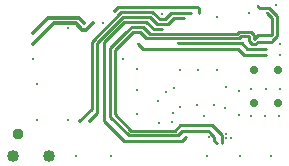
<source format=gbr>
G04 EAGLE Gerber RS-274X export*
G75*
%MOMM*%
%FSLAX34Y34*%
%LPD*%
%INCopper Layer 2*%
%IPPOS*%
%AMOC8*
5,1,8,0,0,1.08239X$1,22.5*%
G01*
G04 Define Apertures*
%ADD10C,0.708000*%
%ADD11C,0.958000*%
%ADD12C,1.016000*%
%ADD13C,0.302400*%
%ADD14C,0.254000*%
%ADD15C,0.304800*%
D10*
X214500Y52100D03*
X234500Y52100D03*
D11*
X14700Y25800D03*
D10*
X234500Y79600D03*
X214500Y79600D03*
D12*
X10000Y7000D03*
X40500Y7000D03*
D13*
X217200Y133650D03*
X186700Y18000D03*
X175650Y32900D03*
D14*
X186700Y24900D02*
X186700Y18000D01*
X186700Y24900D02*
X178700Y32900D01*
D13*
X209650Y108500D03*
D14*
X110088Y28400D02*
X96310Y42178D01*
X96310Y96410D01*
X112087Y112187D01*
X210090Y104422D02*
X212322Y102190D01*
X215478Y102190D01*
X216688Y103400D01*
X229288Y103400D01*
X210090Y108060D02*
X209650Y108500D01*
X210090Y108060D02*
X210090Y104422D01*
X229288Y103400D02*
X229350Y103462D01*
D13*
X229350Y103462D03*
D14*
X233360Y108222D02*
X233360Y125378D01*
X226428Y132310D01*
X218540Y132310D01*
X217200Y133650D01*
X229350Y104212D02*
X229350Y103462D01*
X229350Y104212D02*
X233360Y108222D01*
X209650Y108500D02*
X203188Y108500D01*
X201378Y106690D02*
X122822Y106690D01*
X117325Y112187D01*
X201378Y106690D02*
X203188Y108500D01*
X117325Y112187D02*
X112087Y112187D01*
X151900Y32900D02*
X175650Y32900D01*
X151900Y32900D02*
X147400Y28400D01*
X110088Y28400D01*
D13*
X112087Y112187D03*
D14*
X175650Y32900D02*
X178700Y32900D01*
D13*
X224850Y128500D03*
X182700Y18000D03*
X175650Y27900D03*
D14*
X180694Y20006D02*
X182700Y18000D01*
X180694Y20006D02*
X180694Y22868D01*
X177118Y26444D01*
X177106Y26444D01*
X175650Y27900D01*
D13*
X213900Y106000D03*
D14*
X104765Y111035D02*
X92500Y98770D01*
X104765Y111035D02*
X105665Y111935D01*
X92500Y98770D02*
X92500Y40000D01*
X213900Y106000D02*
X217700Y109800D01*
X229550Y109800D01*
D13*
X229550Y109800D03*
D14*
X229550Y123800D01*
X224850Y128500D01*
X110500Y116580D02*
X105855Y111935D01*
X105665Y111935D01*
X92500Y40000D02*
X108000Y24500D01*
X153300Y27900D02*
X175650Y27900D01*
X153300Y27900D02*
X149900Y24500D01*
X108000Y24500D01*
X201610Y112310D02*
X211228Y112310D01*
X213900Y109638D01*
X213900Y106000D01*
X119920Y116580D02*
X110500Y116580D01*
X119920Y116580D02*
X125910Y110590D01*
X199890Y110590D01*
X201610Y112310D01*
D13*
X104765Y111035D03*
X161200Y127794D03*
D14*
X143594Y127794D01*
X76600Y103500D02*
X76600Y47200D01*
X138507Y122707D02*
X143594Y127794D01*
X138507Y122707D02*
X134193Y122707D01*
X128100Y128800D01*
X101900Y128800D01*
X76600Y103500D01*
D13*
X66100Y36700D03*
D14*
X76600Y47200D01*
D13*
X154735Y123535D03*
D14*
X146335Y123535D01*
X81100Y102612D02*
X81100Y43700D01*
X141697Y118897D02*
X146335Y123535D01*
X141697Y118897D02*
X132103Y118897D01*
X126110Y124890D01*
X103378Y124890D01*
X81100Y102612D01*
D13*
X74100Y36700D03*
D14*
X81100Y43700D01*
D13*
X78000Y120000D03*
X27000Y101548D03*
D15*
X72100Y114100D02*
X78000Y120000D01*
X72100Y114100D02*
X68600Y114100D01*
X63300Y119400D01*
X44852Y119400D01*
X27000Y101548D01*
D13*
X70000Y120000D03*
X27000Y111000D03*
D15*
X66200Y123800D02*
X70000Y120000D01*
X66200Y123800D02*
X39800Y123800D01*
X27000Y111000D01*
D13*
X190700Y26000D03*
X156150Y22900D03*
X136200Y114400D03*
D14*
X129200Y114400D01*
X104376Y120500D02*
X87000Y103124D01*
X87000Y37000D01*
X104100Y19900D01*
X153150Y19900D01*
X156150Y22900D01*
X123100Y120500D02*
X104376Y120500D01*
X123100Y120500D02*
X129200Y114400D01*
D13*
X209550Y128500D03*
X103100Y89300D03*
X27100Y89400D03*
X171800Y40500D03*
X56500Y115000D03*
X149400Y102300D03*
D14*
X204200Y102300D01*
X208600Y97900D01*
X224200Y97900D01*
D13*
X224200Y97900D03*
X115567Y101900D03*
D14*
X200420Y97680D02*
X205500Y92600D01*
X119787Y97680D02*
X115567Y101900D01*
X119787Y97680D02*
X200420Y97680D01*
X224362Y92600D02*
X224524Y92438D01*
X224362Y92600D02*
X205500Y92600D01*
D13*
X224524Y92438D03*
X144500Y36000D03*
X136200Y127400D03*
X95800Y129800D03*
D14*
X98900Y132900D01*
X166500Y132900D01*
X167600Y131800D02*
X167600Y127894D01*
X167600Y131800D02*
X166500Y132900D01*
D13*
X167600Y127894D03*
X194700Y22000D03*
X190100Y65400D03*
X146300Y64700D03*
X139700Y60800D03*
X132500Y53800D03*
X151700Y48900D03*
X180300Y50500D03*
X211900Y63660D03*
X224274Y63660D03*
X236000Y63660D03*
X201386Y62114D03*
X190700Y22000D03*
X175650Y22900D03*
X145400Y43500D03*
X133500Y34600D03*
X189200Y47900D03*
X166000Y50500D03*
X201486Y42114D03*
X115086Y42414D03*
X114886Y62614D03*
X114686Y80714D03*
X151686Y79714D03*
X166686Y79714D03*
X182686Y79714D03*
X235686Y40714D03*
X223686Y40714D03*
X211686Y40714D03*
X235900Y92660D03*
X235900Y101660D03*
X232900Y134660D03*
X182900Y124660D03*
X228686Y6714D03*
X202686Y6714D03*
X174686Y6714D03*
X56686Y37714D03*
X30686Y37714D03*
X30686Y67714D03*
X86686Y119714D03*
X63686Y6714D03*
X92686Y6714D03*
M02*

</source>
